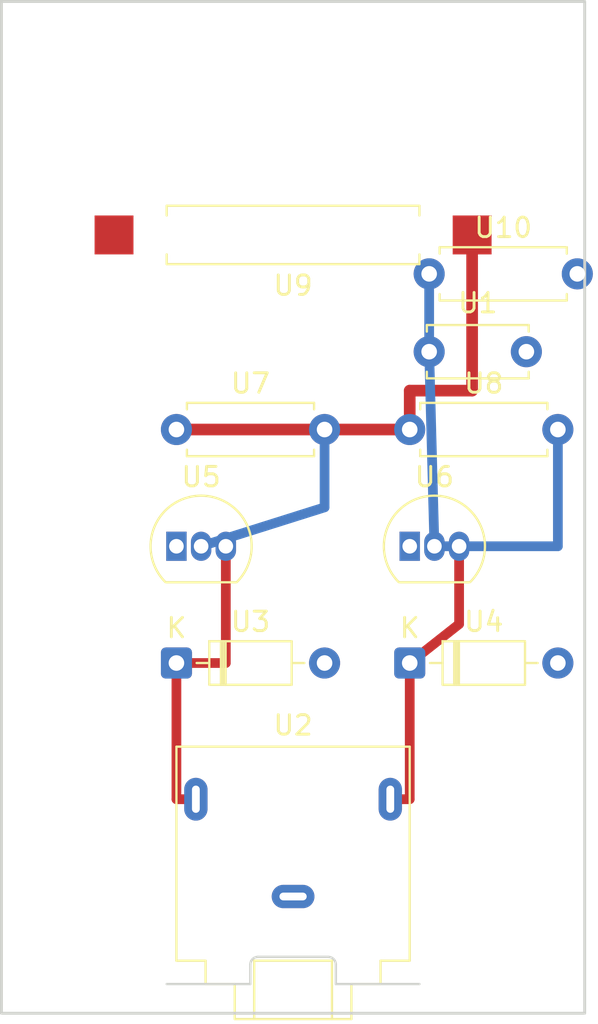
<source format=kicad_pcb>
(kicad_pcb (version 20241229) (generator "atopile") (generator_version "0.12.4")
  (layers (0 "F.Cu" signal) (31 "B.Cu" signal) (34 "B.Paste" user) (35 "F.Paste" user) (36 "B.SilkS" user "B.Silkscreen") (37 "F.SilkS" user "F.Silkscreen") (38 "B.Mask" user) (39 "F.Mask" user) (44 "Edge.Cuts" user))
  (net 0 "")
  (net 1 "GND")
  (net 2 "b-a")
  (net 5 "c_shutter-a")
  (net 6 "b")
  (net 7 "focus-cathode")
  (net 8 "shutter-cathode")
  (footprint "Capacitor_THT:C_Disc_D5.0mm_W2.5mm_P5.00mm" (layer "F.Cu") (at 22 18 0)
    (property "Reference" "U1" (at 2.5 -2.5 0) (layer "F.SilkS") (hide no))
    (property "Value" "")
    (fp_line (start -0.12 -1.37) (end 5.12 -1.37) (stroke (width 0.12)) (layer "F.SilkS"))
    (fp_line (start -0.12 -1.033) (end -0.12 -1.37) (stroke (width 0.12)) (layer "F.SilkS"))
    (fp_line (start -0.12 1.37) (end -0.12 1.033) (stroke (width 0.12)) (layer "F.SilkS"))
    (fp_line (start 5.12 -1.37) (end 5.12 -1.033) (stroke (width 0.12)) (layer "F.SilkS"))
    (fp_line (start 5.12 1.033) (end 5.12 1.37) (stroke (width 0.12)) (layer "F.SilkS"))
    (fp_line (start 5.12 1.37) (end -0.12 1.37) (stroke (width 0.12)) (layer "F.SilkS"))
    (pad "1" thru_hole circle (at 0 0 0) (size 1.6 1.6) (drill 0.8) (layers "*.Cu" "*.Mask") (net 5 "c_shutter-a"))
    (pad "2" thru_hole circle (at 5 0 0) (size 1.6 1.6) (drill 0.8) (layers "*.Cu" "*.Mask") (net 1 "GND"))
  )
  (footprint "Connector_Audio:Jack_3.5mm_CUI_SJ1-3523N_Horizontal" (layer "F.Cu") (at 15 46 0)
    (property "Reference" "U2" (at 0 -8.8 0) (layer "F.SilkS") (hide no))
    (property "Value" "")
    (fp_line (start -6 -7.7) (end 6 -7.7) (stroke (width 0.12)) (layer "F.SilkS"))
    (fp_line (start -6 3.3) (end -6 -7.7) (stroke (width 0.12)) (layer "F.SilkS"))
    (fp_line (start -4.5 3.3) (end -6 3.3) (stroke (width 0.12)) (layer "F.SilkS"))
    (fp_line (start -4.5 4.5) (end -4.5 3.3) (stroke (width 0.12)) (layer "F.SilkS"))
    (fp_line (start -3 4.5) (end -4.5 4.5) (stroke (width 0.12)) (layer "F.SilkS"))
    (fp_line (start -3 6.3) (end -3 4.5) (stroke (width 0.12)) (layer "F.SilkS"))
    (fp_line (start -2 3.3) (end -2 6.3) (stroke (width 0.12)) (layer "F.SilkS"))
    (fp_line (start 2 3.3) (end -2 3.3) (stroke (width 0.12)) (layer "F.SilkS"))
    (fp_line (start 2 6.3) (end 2 3.3) (stroke (width 0.12)) (layer "F.SilkS"))
    (fp_line (start 3 4.5) (end 3 6.3) (stroke (width 0.12)) (layer "F.SilkS"))
    (fp_line (start 3 6.3) (end -3 6.3) (stroke (width 0.12)) (layer "F.SilkS"))
    (fp_line (start 4.5 3.3) (end 4.5 4.5) (stroke (width 0.12)) (layer "F.SilkS"))
    (fp_line (start 4.5 4.5) (end 3 4.5) (stroke (width 0.12)) (layer "F.SilkS"))
    (fp_line (start 6 -7.7) (end 6 3.3) (stroke (width 0.12)) (layer "F.SilkS"))
    (fp_line (start 6 3.3) (end 4.5 3.3) (stroke (width 0.12)) (layer "F.SilkS"))
    (fp_line (start -2.2 3.5) (end -2.2 4.5) (stroke (width 0.12)) (layer "Edge.Cuts"))
    (fp_line (start -2.2 4.5) (end -6.5 4.5) (stroke (width 0.12)) (layer "Edge.Cuts"))
    (fp_line (start 1.8 3.1) (end -1.8 3.1) (stroke (width 0.12)) (layer "Edge.Cuts"))
    (fp_line (start 2.2 3.5) (end 2.2 4.5) (stroke (width 0.12)) (layer "Edge.Cuts"))
    (fp_line (start 2.2 4.5) (end 6.5 4.5) (stroke (width 0.12)) (layer "Edge.Cuts"))
    (fp_arc (start -2.2 3.5) (mid -2.082843 3.217158) (end -1.8 3.1) (stroke (width 0.12)) (layer "Edge.Cuts"))
    (fp_arc (start 1.8 3.1) (mid 2.082843 3.217157) (end 2.2 3.5) (stroke (width 0.12)) (layer "Edge.Cuts"))
    (pad "" np_thru_hole circle (at -5 0 0) (size 1.2 1.2) (drill 1.2) (layers "F&B.Cu" "*.Mask"))
    (pad "" np_thru_hole circle (at -5 2.5 0) (size 1.2 1.2) (drill 1.2) (layers "F&B.Cu" "*.Mask"))
    (pad "" np_thru_hole circle (at 0 -5 0) (size 1.2 1.2) (drill 1.2) (layers "F&B.Cu" "*.Mask"))
    (pad "" np_thru_hole circle (at 5 0 0) (size 1.2 1.2) (drill 1.2) (layers "F&B.Cu" "*.Mask"))
    (pad "" np_thru_hole circle (at 5 2.5 0) (size 1.2 1.2) (drill 1.2) (layers "F&B.Cu" "*.Mask"))
    (pad "R" thru_hole oval (at -5 -5 0) (size 1.2 2.2) (drill oval 0.4 1.4) (layers "*.Cu" "*.Mask") (net 7 "focus-cathode"))
    (pad "S" thru_hole oval (at 0 0 0) (size 2.2 1.2) (drill oval 1.4 0.4) (layers "*.Cu" "*.Mask") (net 1 "GND"))
    (pad "T" thru_hole oval (at 5 -5 180) (size 1.2 2.2) (drill oval 0.4 1.4) (layers "*.Cu" "*.Mask") (net 8 "shutter-cathode"))
  )
  (footprint "Diode_THT:D_DO-35_SOD27_P7.62mm_Horizontal" (layer "F.Cu") (at 9 34 0)
    (property "Reference" "U3" (at 3.81 -2.12 0) (layer "F.SilkS") (hide no))
    (property "Value" "")
    (fp_line (start 1.04 0) (end 1.69 0) (stroke (width 0.12)) (layer "F.SilkS"))
    (fp_line (start 2.29 -1.12) (end 2.29 1.12) (stroke (width 0.12)) (layer "F.SilkS"))
    (fp_line (start 2.41 -1.12) (end 2.41 1.12) (stroke (width 0.12)) (layer "F.SilkS"))
    (fp_line (start 2.53 -1.12) (end 2.53 1.12) (stroke (width 0.12)) (layer "F.SilkS"))
    (fp_line (start 6.58 0) (end 5.93 0) (stroke (width 0.12)) (layer "F.SilkS"))
    (fp_rect (start 1.69 -1.12) (end 5.93 1.12) (stroke (width 0.12)) (fill no) (layer "F.SilkS"))
    (fp_text user "K" (at 0 -1.8 0) (layer "F.SilkS"))
    (pad "1" thru_hole roundrect (at 0 0 0) (size 1.6 1.6) (drill 0.8) (layers "*.Cu" "*.Mask") (roundrect_rratio 0.15625) (net 7 "focus-cathode"))
    (pad "2" thru_hole circle (at 7.62 0 0) (size 1.6 1.6) (drill 0.8) (layers "*.Cu" "*.Mask") (net 1 "GND"))
  )
  (footprint "Diode_THT:D_DO-35_SOD27_P7.62mm_Horizontal" (layer "F.Cu") (at 21 34 0)
    (property "Reference" "U4" (at 3.81 -2.12 0) (layer "F.SilkS") (hide no))
    (property "Value" "")
    (fp_line (start 1.04 0) (end 1.69 0) (stroke (width 0.12)) (layer "F.SilkS"))
    (fp_line (start 2.29 -1.12) (end 2.29 1.12) (stroke (width 0.12)) (layer "F.SilkS"))
    (fp_line (start 2.41 -1.12) (end 2.41 1.12) (stroke (width 0.12)) (layer "F.SilkS"))
    (fp_line (start 2.53 -1.12) (end 2.53 1.12) (stroke (width 0.12)) (layer "F.SilkS"))
    (fp_line (start 6.58 0) (end 5.93 0) (stroke (width 0.12)) (layer "F.SilkS"))
    (fp_rect (start 1.69 -1.12) (end 5.93 1.12) (stroke (width 0.12)) (fill no) (layer "F.SilkS"))
    (fp_text user "K" (at 0 -1.8 0) (layer "F.SilkS"))
    (pad "1" thru_hole roundrect (at 0 0 0) (size 1.6 1.6) (drill 0.8) (layers "*.Cu" "*.Mask") (roundrect_rratio 0.15625) (net 8 "shutter-cathode"))
    (pad "2" thru_hole circle (at 7.62 0 0) (size 1.6 1.6) (drill 0.8) (layers "*.Cu" "*.Mask") (net 1 "GND"))
  )
  (footprint "Package_TO_SOT_THT:TO-92_Inline" (layer "F.Cu") (at 9 28 0)
    (property "Reference" "U5" (at 1.27 -3.56 0) (layer "F.SilkS") (hide no))
    (property "Value" "")
    (fp_line (start -0.53 1.85) (end 3.07 1.85) (stroke (width 0.12)) (layer "F.SilkS"))
    (fp_arc (start -0.568478 1.838478) (mid -1.132087 -0.994977) (end 1.27 -2.6) (stroke (width 0.12)) (layer "F.SilkS"))
    (fp_arc (start 1.27 -2.6) (mid 3.672087 -0.994977) (end 3.108478 1.838478) (stroke (width 0.12)) (layer "F.SilkS"))
    (pad "1" thru_hole rect (at 0 0 0) (size 1.05 1.5) (drill 0.75) (layers "*.Cu" "*.Mask") (net 1 "GND"))
    (pad "2" thru_hole oval (at 1.27 0 0) (size 1.05 1.5) (drill 0.75) (layers "*.Cu" "*.Mask") (net 6 "b"))
    (pad "3" thru_hole oval (at 2.54 0 0) (size 1.05 1.5) (drill 0.75) (layers "*.Cu" "*.Mask") (net 7 "focus-cathode"))
  )
  (footprint "Package_TO_SOT_THT:TO-92_Inline" (layer "F.Cu") (at 21 28 0)
    (property "Reference" "U6" (at 1.27 -3.56 0) (layer "F.SilkS") (hide no))
    (property "Value" "")
    (fp_line (start -0.53 1.85) (end 3.07 1.85) (stroke (width 0.12)) (layer "F.SilkS"))
    (fp_arc (start -0.568478 1.838478) (mid -1.132087 -0.994977) (end 1.27 -2.6) (stroke (width 0.12)) (layer "F.SilkS"))
    (fp_arc (start 1.27 -2.6) (mid 3.672087 -0.994977) (end 3.108478 1.838478) (stroke (width 0.12)) (layer "F.SilkS"))
    (pad "1" thru_hole rect (at 0 0 0) (size 1.05 1.5) (drill 0.75) (layers "*.Cu" "*.Mask") (net 1 "GND"))
    (pad "2" thru_hole oval (at 1.27 0 0) (size 1.05 1.5) (drill 0.75) (layers "*.Cu" "*.Mask") (net 5 "c_shutter-a"))
    (pad "3" thru_hole oval (at 2.54 0 0) (size 1.05 1.5) (drill 0.75) (layers "*.Cu" "*.Mask") (net 8 "shutter-cathode"))
  )
  (footprint "Resistor_THT:R_Axial_DIN0207_L6.3mm_D2.5mm_P7.62mm_Horizontal" (layer "F.Cu") (at 9 22 0)
    (property "Reference" "U7" (at 3.81 -2.37 0) (layer "F.SilkS") (hide no))
    (property "Value" "")
    (fp_line (start 0.54 -1.37) (end 7.08 -1.37) (stroke (width 0.12)) (layer "F.SilkS"))
    (fp_line (start 0.54 -1.04) (end 0.54 -1.37) (stroke (width 0.12)) (layer "F.SilkS"))
    (fp_line (start 0.54 1.04) (end 0.54 1.37) (stroke (width 0.12)) (layer "F.SilkS"))
    (fp_line (start 0.54 1.37) (end 7.08 1.37) (stroke (width 0.12)) (layer "F.SilkS"))
    (fp_line (start 7.08 -1.37) (end 7.08 -1.04) (stroke (width 0.12)) (layer "F.SilkS"))
    (fp_line (start 7.08 1.37) (end 7.08 1.04) (stroke (width 0.12)) (layer "F.SilkS"))
    (pad "1" thru_hole circle (at 0 0 0) (size 1.6 1.6) (drill 0.8) (layers "*.Cu" "*.Mask") (net 2 "b-a"))
    (pad "2" thru_hole circle (at 7.62 0 0) (size 1.6 1.6) (drill 0.8) (layers "*.Cu" "*.Mask") (net 6 "b"))
  )
  (footprint "Resistor_THT:R_Axial_DIN0207_L6.3mm_D2.5mm_P7.62mm_Horizontal" (layer "F.Cu") (at 21 22 0)
    (property "Reference" "U8" (at 3.81 -2.37 0) (layer "F.SilkS") (hide no))
    (property "Value" "")
    (fp_line (start 0.54 -1.37) (end 7.08 -1.37) (stroke (width 0.12)) (layer "F.SilkS"))
    (fp_line (start 0.54 -1.04) (end 0.54 -1.37) (stroke (width 0.12)) (layer "F.SilkS"))
    (fp_line (start 0.54 1.04) (end 0.54 1.37) (stroke (width 0.12)) (layer "F.SilkS"))
    (fp_line (start 0.54 1.37) (end 7.08 1.37) (stroke (width 0.12)) (layer "F.SilkS"))
    (fp_line (start 7.08 -1.37) (end 7.08 -1.04) (stroke (width 0.12)) (layer "F.SilkS"))
    (fp_line (start 7.08 1.37) (end 7.08 1.04) (stroke (width 0.12)) (layer "F.SilkS"))
    (pad "1" thru_hole circle (at 0 0 0) (size 1.6 1.6) (drill 0.8) (layers "*.Cu" "*.Mask") (net 2 "b-a"))
    (pad "2" thru_hole circle (at 7.62 0 0) (size 1.6 1.6) (drill 0.8) (layers "*.Cu" "*.Mask") (net 5 "c_shutter-a"))
  )
  (footprint "Button_Switch_SMD:SW_SPST_REED_CT10-XXXX-G2" (layer "F.Cu") (at 15 12 0)
    (property "Reference" "U9" (at 0 2.6 0) (layer "F.SilkS") (hide no))
    (property "Value" "")
    (fp_line (start -6.5 -1.5) (end -6.5 -1) (stroke (width 0.12)) (layer "F.SilkS"))
    (fp_line (start -6.5 1) (end -6.5 1.5) (stroke (width 0.12)) (layer "F.SilkS"))
    (fp_line (start -6.5 1.5) (end 6.5 1.5) (stroke (width 0.12)) (layer "F.SilkS"))
    (fp_line (start 6.5 -1.5) (end -6.5 -1.5) (stroke (width 0.12)) (layer "F.SilkS"))
    (fp_line (start 6.5 -1) (end 6.5 -1.5) (stroke (width 0.12)) (layer "F.SilkS"))
    (fp_line (start 6.5 1.5) (end 6.5 1) (stroke (width 0.12)) (layer "F.SilkS"))
    (pad "1" smd rect (at -9.21 0 0) (size 2 2) (layers "F.Cu" "F.Mask" "F.Paste") (net 1 "GND"))
    (pad "2" smd rect (at 9.21 0 0) (size 2 2) (layers "F.Cu" "F.Mask" "F.Paste") (net 2 "b-a"))
  )
  (footprint "Resistor_THT:R_Axial_DIN0207_L6.3mm_D2.5mm_P7.62mm_Horizontal" (layer "F.Cu") (at 22 14 0)
    (property "Reference" "U10" (at 3.81 -2.37 0) (layer "F.SilkS") (hide no))
    (property "Value" "")
    (fp_line (start 0.54 -1.37) (end 7.08 -1.37) (stroke (width 0.12)) (layer "F.SilkS"))
    (fp_line (start 0.54 -1.04) (end 0.54 -1.37) (stroke (width 0.12)) (layer "F.SilkS"))
    (fp_line (start 0.54 1.04) (end 0.54 1.37) (stroke (width 0.12)) (layer "F.SilkS"))
    (fp_line (start 0.54 1.37) (end 7.08 1.37) (stroke (width 0.12)) (layer "F.SilkS"))
    (fp_line (start 7.08 -1.37) (end 7.08 -1.04) (stroke (width 0.12)) (layer "F.SilkS"))
    (fp_line (start 7.08 1.37) (end 7.08 1.04) (stroke (width 0.12)) (layer "F.SilkS"))
    (pad "1" thru_hole circle (at 0 0 0) (size 1.6 1.6) (drill 0.8) (layers "*.Cu" "*.Mask") (net 5 "c_shutter-a"))
    (pad "2" thru_hole circle (at 7.62 0 0) (size 1.6 1.6) (drill 0.8) (layers "*.Cu" "*.Mask") (net 1 "GND"))
  )
  (segment (start 24.21 12) (end 24.21 20) (width 0.6) (layer "F.Cu") (net 2))
  (segment (start 24.21 20) (end 21 20) (width 0.6) (layer "F.Cu") (net 2))
  (segment (start 21 20) (end 21 22) (width 0.6) (layer "F.Cu") (net 2))
  (segment (start 21 22) (end 9 22) (width 0.6) (layer "F.Cu") (net 2))
  (segment (start 16.62 22) (end 16.62 26) (width 0.5) (layer "B.Cu") (net 6))
  (segment (start 16.62 26) (end 10.27 28) (width 0.5) (layer "B.Cu") (net 6))
  (segment (start 22 14) (end 22 18) (width 0.5) (layer "B.Cu") (net 5))
  (segment (start 22 18) (end 22.27 28) (width 0.5) (layer "B.Cu") (net 5))
  (segment (start 22.27 28) (end 28.62 28) (width 0.5) (layer "B.Cu") (net 5))
  (segment (start 28.62 28) (end 28.62 22) (width 0.5) (layer "B.Cu") (net 5))
  (segment (start 11.54 28) (end 11.54 34) (width 0.5) (layer "F.Cu") (net 7))
  (segment (start 11.54 34) (end 9 34) (width 0.5) (layer "F.Cu") (net 7))
  (segment (start 9 34) (end 9 41) (width 0.5) (layer "F.Cu") (net 7))
  (segment (start 9 41) (end 10 41) (width 0.5) (layer "F.Cu") (net 7))
  (segment (start 23.54 28) (end 23.54 32) (width 0.5) (layer "F.Cu") (net 8))
  (segment (start 23.54 32) (end 21 34) (width 0.5) (layer "F.Cu") (net 8))
  (segment (start 21 34) (end 21 41) (width 0.5) (layer "F.Cu") (net 8))
  (segment (start 21 41) (end 20 41) (width 0.5) (layer "F.Cu") (net 8))
  (gr_rect (start 0 0) (end 30 52) (stroke (width 0.15)) (fill none) (layer "Edge.Cuts"))
)
</source>
